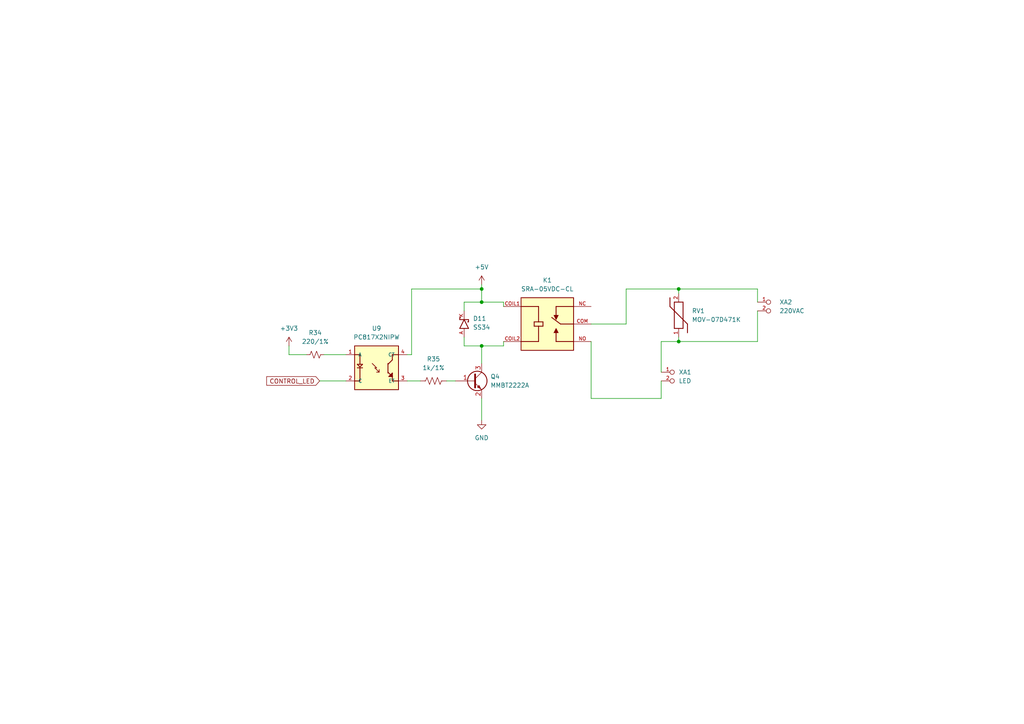
<source format=kicad_sch>
(kicad_sch (version 20231120) (generator "eeschema") (generator_version "8.0")
  (paper "A4")
  (title_block (title "CONTROL LED") (date "2024-03-08"))
  (lib_symbols
    (symbol "Device:R_Small_US" (pin_numbers hide) (pin_names (offset 0.254) hide)
      (property "Reference" "R" (at 0.762 0.508 0))
      (property "Value" "R_Small_US" (at 0.762 -1.016 0))
      (symbol "R_Small_US_1_1"
        (polyline (pts (xy 0 0) (xy 1.016 -0.381) (xy 0 -0.762) (xy -1.016 -1.143) (xy 0 -1.524)))
        (polyline (pts (xy 0 1.524) (xy 1.016 1.143) (xy 0 0.762) (xy -1.016 0.381) (xy 0 0)))
        (pin passive line (at 0 2.54 270) (length 1.016) (name "~") (number "1"))
        (pin passive line (at 0 -2.54 90) (length 1.016) (name "~") (number "2"))
      )
    )
    (symbol "Device:R_US" (pin_numbers hide) (pin_names (offset 0))
      (property "Reference" "R" (at 2.54 0 90))
      (property "Value" "R_US" (at -2.54 0 90))
      (symbol "R_US_0_1"
        (polyline (pts (xy 0 -2.286) (xy 0 -2.54)))
        (polyline (pts (xy 0 2.286) (xy 0 2.54)))
        (polyline (pts (xy 0 -0.762) (xy 1.016 -1.143) (xy 0 -1.524) (xy -1.016 -1.905) (xy 0 -2.286)))
        (polyline (pts (xy 0 0.762) (xy 1.016 0.381) (xy 0 0) (xy -1.016 -0.381) (xy 0 -0.762)))
        (polyline (pts (xy 0 2.286) (xy 1.016 1.905) (xy 0 1.524) (xy -1.016 1.143) (xy 0 0.762)))
      )
      (symbol "R_US_1_1"
        (pin passive line (at 0 3.81 270) (length 1.27) (name "~") (number "1"))
        (pin passive line (at 0 -3.81 90) (length 1.27) (name "~") (number "2"))
      )
    )
    (symbol "MKDS1_2-3.81:MKDS1_2-3.81" (pin_names (offset 1.016))
      (property "Reference" "XA" (at 0 2.54 0))
      (property "Value" "MKDS1_2-3.81" (at -3.8145 -7.629 0))
      (symbol "MKDS1_2-3.81_1_0"
        (pin passive inverted (at -1.27 0 0) (length 3.81) (name "~") (number "1"))
        (pin passive inverted (at -1.27 -2.54 0) (length 3.81) (name "~") (number "2"))
      )
    )
    (symbol "MMBT2222A:MMBT2222A" (pin_names (offset 1.016))
      (property "Reference" "Q" (at 5.08 2.54 0))
      (property "Value" "MMBT2222A" (at 7.62 0 0))
      (symbol "MMBT2222A_0_1"
        (polyline (pts (xy 1.905 0.635) (xy 3.81 2.54)))
        (polyline (pts (xy 1.905 -0.635) (xy 3.81 -2.54) (xy 3.81 -2.54)))
        (polyline (pts (xy 1.905 1.905) (xy 1.905 -1.905) (xy 1.905 -1.905)) (stroke (width 0.508)))
        (polyline (pts (xy 2.54 -1.778) (xy 3.048 -1.27) (xy 3.556 -2.286) (xy 2.54 -1.778) (xy 2.54 -1.778)) (fill (type outline)))
        (circle (center 2.54 0) (radius 2.8194) (stroke (width 0.254)))
      )
      (symbol "MMBT2222A_1_1"
        (pin passive line (at -3.81 0 0) (length 5.715) (name "") (number "1"))
        (pin passive line (at 3.81 -5.08 90) (length 2.54) (name "") (number "2"))
        (pin passive line (at 3.81 5.08 270) (length 2.54) (name "") (number "3"))
      )
    )
    (symbol "MOV-14D471K:MOV-07D471K"
      (property "Reference" "RV" (at 0 0 0))
      (property "Value" "MOV-07D471K" (at 0 0 0))
      (symbol "MOV-07D471K_0_0"
        (polyline (pts (xy -1.27 -6.35) (xy 1.27 -6.35)) (stroke (width 0.254)))
        (polyline (pts (xy 0 -2.54) (xy 0 -5.08)) (stroke (width 0.254)))
        (polyline (pts (xy 0 -2.54) (xy 7.62 -2.54)) (stroke (width 0.254)))
        (polyline (pts (xy 6.35 -1.27) (xy 1.27 -6.35)) (stroke (width 0.254)))
        (polyline (pts (xy 6.35 -1.27) (xy 8.89 -1.27)) (stroke (width 0.254)))
        (polyline (pts (xy 7.62 -5.08) (xy 0 -5.08)) (stroke (width 0.254)))
        (polyline (pts (xy 7.62 -5.08) (xy 7.62 -2.54)) (stroke (width 0.254)))
        (pin bidirectional line (at -2.54 -3.81 0) (length 2.54) (name "~") (number "1"))
        (pin bidirectional line (at 10.16 -3.81 180) (length 2.54) (name "~") (number "2"))
      )
    )
    (symbol "PC817X2NIP0F:PC817X2NIP0F" (pin_names (offset 1.016))
      (property "Reference" "U" (at -5.0901 8.9077 0))
      (property "Value" "PC817X2NIPW" (at -5.0892 -7.6338 0))
      (symbol "PC817X2NIP0F_0_0"
        (rectangle (start -5.08 -5.08) (end 7.62 7.62) (stroke (width 0.254)) (fill (type background)))
        (polyline (pts (xy -5.08 5.08) (xy -3.556 5.08)) (stroke (width 0.254)))
        (polyline (pts (xy -4.318 1.27) (xy -2.794 1.27)) (stroke (width 0.254)))
        (polyline (pts (xy -4.318 2.286) (xy -3.556 1.524)) (stroke (width 0.254)))
        (polyline (pts (xy -3.556 -2.54) (xy -5.08 -2.54)) (stroke (width 0.254)))
        (polyline (pts (xy -3.556 1.27) (xy -3.556 -2.54)) (stroke (width 0.254)))
        (polyline (pts (xy -3.556 1.524) (xy -2.794 2.286)) (stroke (width 0.254)))
        (polyline (pts (xy -3.556 2.286) (xy -4.318 2.286)) (stroke (width 0.254)))
        (polyline (pts (xy -3.556 2.286) (xy -2.794 2.286)) (stroke (width 0.254)))
        (polyline (pts (xy -3.556 5.08) (xy -3.556 2.286)) (stroke (width 0.254)))
        (polyline (pts (xy 0 2.54) (xy 1.27 1.27)) (stroke (width 0.2032)))
        (polyline (pts (xy 0.762 1.27) (xy 2.032 0)) (stroke (width 0.2032)))
        (polyline (pts (xy 1.27 1.27) (xy 0.762 1.27)) (stroke (width 0.2032)))
        (polyline (pts (xy 2.032 0) (xy 1.27 0)) (stroke (width 0.2032)))
        (polyline (pts (xy 2.032 0) (xy 2.032 0.762)) (stroke (width 0.2032)))
        (polyline (pts (xy 4.572 0) (xy 4.572 -0.254)) (stroke (width 0.254)))
        (polyline (pts (xy 4.572 0) (xy 5.842 -1.27)) (stroke (width 0.254)))
        (polyline (pts (xy 4.572 2.286) (xy 4.572 0)) (stroke (width 0.254)))
        (polyline (pts (xy 4.572 2.286) (xy 4.572 2.54)) (stroke (width 0.254)))
        (polyline (pts (xy 4.826 -1.27) (xy 5.588 -1.27)) (stroke (width 0.254)))
        (polyline (pts (xy 5.08 -1.016) (xy 4.826 -1.27)) (stroke (width 0.254)))
        (polyline (pts (xy 5.08 -1.016) (xy 5.334 -1.016)) (stroke (width 0.254)))
        (polyline (pts (xy 5.334 -1.016) (xy 5.588 -1.27)) (stroke (width 0.254)))
        (polyline (pts (xy 5.588 -1.27) (xy 5.588 -0.762)) (stroke (width 0.254)))
        (polyline (pts (xy 5.588 -1.27) (xy 5.842 -1.27)) (stroke (width 0.254)))
        (polyline (pts (xy 5.588 -0.762) (xy 5.334 -1.016)) (stroke (width 0.254)))
        (polyline (pts (xy 5.588 -0.762) (xy 5.842 -0.508)) (stroke (width 0.254)))
        (polyline (pts (xy 5.842 -2.54) (xy 7.62 -2.54)) (stroke (width 0.254)))
        (polyline (pts (xy 5.842 -1.27) (xy 5.842 -2.54)) (stroke (width 0.254)))
        (polyline (pts (xy 5.842 -1.27) (xy 5.842 -1.016)) (stroke (width 0.254)))
        (polyline (pts (xy 5.842 -1.016) (xy 5.588 -0.762)) (stroke (width 0.254)))
        (polyline (pts (xy 5.842 -1.016) (xy 5.842 -0.508)) (stroke (width 0.254)))
        (polyline (pts (xy 5.842 -0.508) (xy 5.842 -0.254)) (stroke (width 0.254)))
        (polyline (pts (xy 5.842 -0.254) (xy 5.08 -1.016)) (stroke (width 0.254)))
        (polyline (pts (xy 5.842 3.556) (xy 4.572 2.286)) (stroke (width 0.254)))
        (polyline (pts (xy 5.842 5.08) (xy 5.842 3.556)) (stroke (width 0.254)))
        (polyline (pts (xy 7.62 5.08) (xy 5.842 5.08)) (stroke (width 0.254)))
        (pin passive line (at -7.62 5.08 0) (length 2.54) (name "A") (number "1"))
        (pin passive line (at -7.62 -2.54 0) (length 2.54) (name "C") (number "2"))
        (pin passive line (at 10.16 -2.54 180) (length 2.54) (name "ET") (number "3"))
        (pin passive line (at 10.16 5.08 180) (length 2.54) (name "CT") (number "4"))
      )
    )
    (symbol "SRA-05VDC-CL:SRA-05VDC-CL" (pin_names (offset 1.016))
      (property "Reference" "K" (at -7.62 8.89 0))
      (property "Value" "SRA-05VDC-CL" (at -7.62 -10.16 0))
      (symbol "SRA-05VDC-CL_0_0"
        (rectangle (start -7.62 -7.62) (end 7.62 7.62) (stroke (width 0.254)) (fill (type background)))
        (polyline (pts (xy -7.62 -5.08) (xy -2.54 -5.08)) (stroke (width 0.254)))
        (polyline (pts (xy -7.62 5.08) (xy -2.54 5.08)) (stroke (width 0.254)))
        (polyline (pts (xy -3.81 -0.635) (xy -3.81 0.635)) (stroke (width 0.254)))
        (polyline (pts (xy -3.81 0.635) (xy -2.54 0.635)) (stroke (width 0.254)))
        (polyline (pts (xy -2.54 -0.635) (xy -3.81 -0.635)) (stroke (width 0.254)))
        (polyline (pts (xy -2.54 -0.635) (xy -2.54 -5.08)) (stroke (width 0.254)))
        (polyline (pts (xy -2.54 0.635) (xy -1.27 0.635)) (stroke (width 0.254)))
        (polyline (pts (xy -2.54 5.08) (xy -2.54 0.635)) (stroke (width 0.254)))
        (polyline (pts (xy -1.27 -0.635) (xy -2.54 -0.635)) (stroke (width 0.254)))
        (polyline (pts (xy -1.27 0.635) (xy -1.27 -0.635)) (stroke (width 0.254)))
        (polyline (pts (xy 2.54 -5.08) (xy 2.54 -2.54)) (stroke (width 0.254)))
        (polyline (pts (xy 2.54 5.08) (xy 2.54 2.54)) (stroke (width 0.254)))
        (polyline (pts (xy 2.54 5.08) (xy 7.62 5.08)) (stroke (width 0.254)))
        (polyline (pts (xy 3.81 0) (xy 1.27 1.905)) (stroke (width 0.254)))
        (polyline (pts (xy 7.62 -5.08) (xy 2.54 -5.08)) (stroke (width 0.254)))
        (polyline (pts (xy 7.62 0) (xy 3.81 0)) (stroke (width 0.254)))
        (polyline (pts (xy 1.905 -2.54) (xy 3.175 -2.54) (xy 2.54 -1.27) (xy 1.905 -2.54)) (stroke (width 0.1524)) (fill (type outline)))
        (polyline (pts (xy 3.175 2.54) (xy 1.905 2.54) (xy 2.54 1.27) (xy 3.175 2.54)) (stroke (width 0.1524)) (fill (type outline)))
        (pin passive line (at -12.7 5.08 0) (length 5.08) (name "~") (number "COIL1"))
        (pin passive line (at -12.7 -5.08 0) (length 5.08) (name "~") (number "COIL2"))
        (pin passive line (at 12.7 0 180) (length 5.08) (name "~") (number "COM"))
        (pin passive line (at 12.7 5.08 180) (length 5.08) (name "~") (number "NC"))
        (pin passive line (at 12.7 -5.08 180) (length 5.08) (name "~") (number "NO"))
      )
    )
    (symbol "SS34:SS34" (pin_names (offset 1.016))
      (property "Reference" "D" (at -2.286 1.905 0))
      (property "Value" "SS34" (at -2.286 -3.429 0))
      (symbol "SS34_0_0"
        (polyline (pts (xy -1.27 -1.27) (xy 1.27 0)) (stroke (width 0.254)))
        (polyline (pts (xy -1.27 1.27) (xy -1.27 -1.27)) (stroke (width 0.254)))
        (polyline (pts (xy 0.635 -1.016) (xy 0.635 -1.27)) (stroke (width 0.254)))
        (polyline (pts (xy 1.27 -1.27) (xy 0.635 -1.27)) (stroke (width 0.254)))
        (polyline (pts (xy 1.27 0) (xy -1.27 1.27)) (stroke (width 0.254)))
        (polyline (pts (xy 1.27 0) (xy 1.27 -1.27)) (stroke (width 0.254)))
        (polyline (pts (xy 1.27 1.27) (xy 1.27 0)) (stroke (width 0.254)))
        (polyline (pts (xy 1.905 1.27) (xy 1.27 1.27)) (stroke (width 0.254)))
        (polyline (pts (xy 1.905 1.27) (xy 1.905 1.016)) (stroke (width 0.254)))
        (pin passive line (at -3.81 0 0) (length 2.54) (name "~") (number "A"))
        (pin passive line (at 3.81 0 180) (length 2.54) (name "~") (number "K"))
      )
    )
    (symbol "power:+3V3" (power) (pin_names (offset 0))
      (property "Value" "+3V3" (at 0 3.556 0))
      (symbol "+3V3_0_1"
        (polyline (pts (xy -0.762 1.27) (xy 0 2.54)))
        (polyline (pts (xy 0 0) (xy 0 2.54)))
        (polyline (pts (xy 0 2.54) (xy 0.762 1.27)))
      )
      (symbol "+3V3_1_1"
        (pin power_in line (at 0 0 90) (length 0) hide (name "+3V3") (number "1"))
      )
    )
    (symbol "power:+5V" (power) (pin_names (offset 0))
      (property "Value" "+5V" (at 0 3.556 0))
      (symbol "+5V_0_1"
        (polyline (pts (xy -0.762 1.27) (xy 0 2.54)))
        (polyline (pts (xy 0 0) (xy 0 2.54)))
        (polyline (pts (xy 0 2.54) (xy 0.762 1.27)))
      )
      (symbol "+5V_1_1"
        (pin power_in line (at 0 0 90) (length 0) hide (name "+5V") (number "1"))
      )
    )
    (symbol "power:GND" (power) (pin_names (offset 0))
      (property "Value" "GND" (at 0 -3.81 0))
      (symbol "GND_0_1"
        (polyline (pts (xy 0 0) (xy 0 -1.27) (xy 1.27 -1.27) (xy 0 -2.54) (xy -1.27 -1.27) (xy 0 -1.27)))
      )
      (symbol "GND_1_1"
        (pin power_in line (at 0 0 270) (length 0) hide (name "GND") (number "1"))
      )
    )
  )
  (junction (at 139.7 87.63))
  (junction (at 196.85 99.06))
  (junction (at 139.7 100.33))
  (junction (at 196.85 83.82))
  (junction (at 139.7 83.82))
  (wire (pts (xy 139.7 100.33) (xy 134.62 100.33)))
  (wire (pts (xy 146.05 100.33) (xy 139.7 100.33)))
  (wire (pts (xy 171.45 115.57) (xy 171.45 99.06)))
  (wire (pts (xy 134.62 87.63) (xy 134.62 90.17)))
  (wire (pts (xy 181.61 93.98) (xy 171.45 93.98)))
  (wire (pts (xy 181.61 83.82) (xy 196.85 83.82)))
  (wire (pts (xy 219.71 90.17) (xy 219.71 99.06)))
  (wire (pts (xy 119.38 83.82) (xy 139.7 83.82)))
  (wire (pts (xy 191.77 107.95) (xy 191.77 99.06)))
  (wire (pts (xy 119.38 102.87) (xy 118.11 102.87)))
  (wire (pts (xy 119.38 83.82) (xy 119.38 102.87)))
  (wire (pts (xy 191.77 115.57) (xy 191.77 110.49)))
  (wire (pts (xy 146.05 88.9) (xy 146.05 87.63)))
  (wire (pts (xy 83.82 100.33) (xy 83.82 102.87)))
  (wire (pts (xy 118.11 110.49) (xy 121.92 110.49)))
  (wire (pts (xy 139.7 115.57) (xy 139.7 121.92)))
  (wire (pts (xy 129.54 110.49) (xy 132.08 110.49)))
  (wire (pts (xy 93.98 102.87) (xy 100.33 102.87)))
  (wire (pts (xy 139.7 100.33) (xy 139.7 105.41)))
  (wire (pts (xy 196.85 83.82) (xy 219.71 83.82)))
  (wire (pts (xy 139.7 82.55) (xy 139.7 83.82)))
  (wire (pts (xy 219.71 87.63) (xy 219.71 83.82)))
  (wire (pts (xy 191.77 99.06) (xy 196.85 99.06)))
  (wire (pts (xy 139.7 83.82) (xy 139.7 87.63)))
  (wire (pts (xy 134.62 100.33) (xy 134.62 97.79)))
  (wire (pts (xy 83.82 102.87) (xy 88.9 102.87)))
  (wire (pts (xy 196.85 97.79) (xy 196.85 99.06)))
  (wire (pts (xy 191.77 115.57) (xy 171.45 115.57)))
  (wire (pts (xy 196.85 99.06) (xy 219.71 99.06)))
  (wire (pts (xy 196.85 83.82) (xy 196.85 85.09)))
  (wire (pts (xy 139.7 87.63) (xy 134.62 87.63)))
  (wire (pts (xy 139.7 87.63) (xy 146.05 87.63)))
  (wire (pts (xy 181.61 83.82) (xy 181.61 93.98)))
  (wire (pts (xy 146.05 99.06) (xy 146.05 100.33)))
  (wire (pts (xy 92.71 110.49) (xy 100.33 110.49)))
  (global_label "CONTROL_LED" (shape input) (at 92.71 110.49 180) (property "Intersheetrefs" "${INTERSHEET_REFS}" (effects (hide yes))))
  (symbol (lib_id "MMBT2222A:MMBT2222A") (at 135.89 110.49 0) (unit 1)
    (property "Reference" "Q4" (at 142.24 109.22 0) (effects (justify left)))
    (property "Value" "MMBT2222A" (at 142.24 111.76 0) (effects (justify left)))
    (property "Footprint" "MMBT2222A:SOT103P240X110-3N" (effects (hide yes)))
  )
  (symbol (lib_id "SS34:SS34") (at 134.62 93.98 90) (unit 1)
    (property "Reference" "D11" (at 137.16 92.3925 90) (effects (justify right)))
    (property "Value" "SS34" (at 137.16 94.9325 90) (effects (justify right)))
    (property "Footprint" "SS34:DO-214AC" (effects (hide yes)))
    (property "URL" "https://www.thegioiic.com/twgmc-ss34-sma-diode-schottky-3a" (effects (hide yes)))
  )
  (symbol (lib_id "power:+5V") (at 139.7 82.55 0) (unit 1)
    (property "Reference" "#PWR083" (effects (hide yes)))
    (property "Value" "+5V" (at 139.7 77.47 0))
  )
  (symbol (lib_id "SRA-05VDC-CL:SRA-05VDC-CL") (at 158.75 93.98 0) (unit 1)
    (property "Reference" "K1" (at 158.75 81.28 0))
    (property "Value" "SRA-05VDC-CL" (at 158.75 83.82 0))
    (property "Footprint" "SRA-05VDC-CL:RELAY_SRA-05VDC-CL" (effects (hide yes)))
    (property "URL" "https://www.thegioiic.com/sra-05vdc-cl-ro-le-5vdc-20a-spdt-5-chan" (effects (hide yes)))
  )
  (symbol (lib_id "power:GND") (at 139.7 121.92 0) (unit 1)
    (property "Reference" "#PWR084" (effects (hide yes)))
    (property "Value" "GND" (at 139.7 127 0))
  )
  (symbol (lib_id "PC817X2NIP0F:PC817X2NIP0F") (at 107.95 107.95 0) (unit 1)
    (property "Reference" "U9" (at 109.22 95.25 0))
    (property "Value" "PC817X2NIPW" (at 109.22 97.79 0))
    (property "Footprint" "PC817X2NIP0F:SOT254P975X400-4N" (effects (hide yes)))
    (property "URL" "https://www.thegioiic.com/pc817x2nipw-optoisolator-transistor-output-5000vrms-1-channel-sop-4" (effects (hide yes)))
  )
  (symbol (lib_id "MOV-14D471K:MOV-07D471K") (at 193.04 95.25 90) (unit 1)
    (property "Reference" "RV1" (at 200.66 90.17 90) (effects (justify right)))
    (property "Value" "MOV-07D471K" (at 200.66 92.71 90) (effects (justify right)))
    (property "Footprint" "MOV-14D471K:MOV07D471K" (effects (hide yes)))
    (property "URL" "https://www.thegioiic.com/tu-chong-set-varistor-07d471k-470v" (effects (hide yes)))
  )
  (symbol (lib_id "Device:R_US") (at 125.73 110.49 90) (unit 1)
    (property "Reference" "R35" (at 125.73 104.14 90))
    (property "Value" "1k/1%" (at 125.73 106.68 90))
    (property "Footprint" "Resistor_SMD:R_0603_1608Metric_Pad0.98x0.95mm_HandSolder" (effects (hide yes)))
    (property "URL" "https://www.thegioiic.com/dien-tro-1-kohm-0603-1-" (effects (hide yes)))
  )
  (symbol (lib_id "Device:R_Small_US") (at 91.44 102.87 90) (unit 1)
    (property "Reference" "R34" (at 91.44 96.52 90))
    (property "Value" "220/1%" (at 91.44 99.06 90))
    (property "Footprint" "Resistor_SMD:R_0603_1608Metric_Pad0.98x0.95mm_HandSolder" (effects (hide yes)))
    (property "URL" "https://www.thegioiic.com/dien-tro-220-ohm-0603-1-" (effects (hide yes)))
  )
  (symbol (lib_id "power:+3V3") (at 83.82 100.33 0) (unit 1)
    (property "Reference" "#PWR082" (effects (hide yes)))
    (property "Value" "+3V3" (at 83.82 95.25 0))
  )
  (symbol (lib_id "MKDS1_2-3.81:MKDS1_2-3.81") (at 220.98 87.63 0) (unit 1)
    (property "Reference" "XA2" (at 226.06 87.63 0) (effects (justify left)))
    (property "Value" "220VAC" (at 226.06 90.17 0) (effects (justify left)))
    (property "Footprint" "MKDS1_2-3:PHOENIX_MKDS1_2-3.81" (effects (hide yes)))
    (property "URL" "https://www.thegioiic.com/ul-3-81-2-r-terminal-block-plug-in-han-pcb-2-chan-cong-3-81mm-300v-10a-ulo" (effects (hide yes)))
  )
  (symbol (lib_id "MKDS1_2-3.81:MKDS1_2-3.81") (at 193.04 107.95 0) (unit 1)
    (property "Reference" "XA1" (at 196.85 107.95 0) (effects (justify left)))
    (property "Value" "LED" (at 196.85 110.49 0) (effects (justify left)))
    (property "Footprint" "MKDS1_2-3:PHOENIX_MKDS1_2-3.81" (effects (hide yes)))
    (property "URL" "https://www.thegioiic.com/ul-3-81-2-r-terminal-block-plug-in-han-pcb-2-chan-cong-3-81mm-300v-10a-ulo" (effects (hide yes)))
  )
)
</source>
